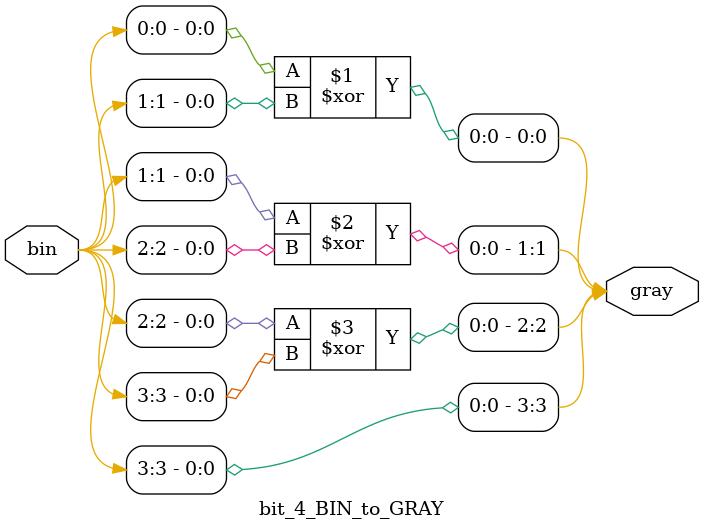
<source format=v>
`timescale 1ns / 1ps


module bit_4_BIN_to_GRAY(bin,gray);
input [3:0]bin;
output [3:0]gray;

assign gray[0] = bin[0]^bin[1];
assign gray[1] = bin[1]^bin[2];
assign gray[2] = bin[2]^bin[3];
assign gray[3] = bin[3];

endmodule

</source>
